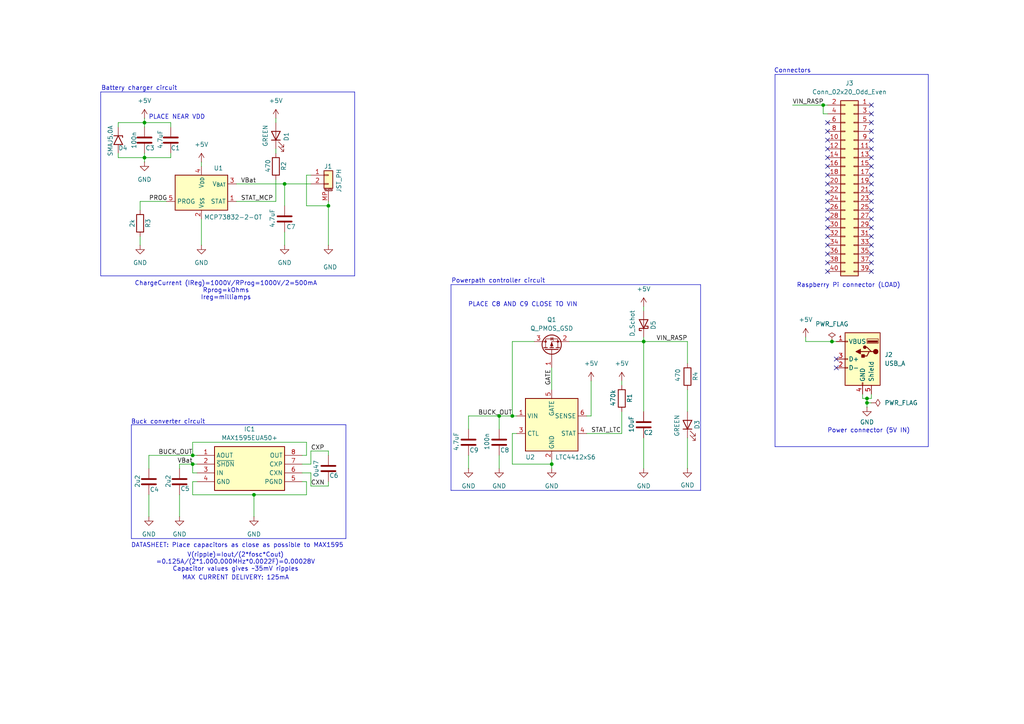
<source format=kicad_sch>
(kicad_sch (version 20231120) (generator "eeschema") (generator_version "8.0")
  (paper "A4")
  (lib_symbols
    (symbol "Battery_Management:MCP73832-2-OT"
      (property "Reference" "U" (at -7.62 6.35 0))
      (property "Value" "MCP73832-2-OT" (at 1.27 6.35 0))
      (symbol "MCP73832-2-OT_0_1"
        (rectangle (start -7.62 5.08) (end 7.62 -5.08) (stroke (width 0.254)) (fill (type background)))
      )
      (symbol "MCP73832-2-OT_1_1"
        (pin open_collector line (at 10.16 -2.54 180) (length 2.54) (name "STAT") (number "1"))
        (pin power_in line (at 0 -7.62 90) (length 2.54) (name "V_{SS}") (number "2"))
        (pin power_out line (at 10.16 2.54 180) (length 2.54) (name "V_{BAT}") (number "3"))
        (pin power_in line (at 0 7.62 270) (length 2.54) (name "V_{DD}") (number "4"))
        (pin input line (at -10.16 -2.54 0) (length 2.54) (name "PROG") (number "5"))
      )
    )
    (symbol "Connector:USB_A" (pin_names (offset 1.016))
      (property "Reference" "J" (at -5.08 11.43 0))
      (property "Value" "USB_A" (at -5.08 8.89 0))
      (symbol "USB_A_0_1"
        (rectangle (start -5.08 -7.62) (end 5.08 7.62) (stroke (width 0.254)) (fill (type background)))
        (circle (center -3.81 2.159) (radius 0.635) (stroke (width 0.254)) (fill (type outline)))
        (rectangle (start -1.524 4.826) (end -4.318 5.334) (fill (type outline)))
        (rectangle (start -1.27 4.572) (end -4.572 5.842))
        (circle (center -0.635 3.429) (radius 0.381) (stroke (width 0.254)) (fill (type outline)))
        (rectangle (start -0.127 -7.62) (end 0.127 -6.858))
        (polyline (pts (xy -3.175 2.159) (xy -2.54 2.159) (xy -1.27 3.429) (xy -0.635 3.429)) (stroke (width 0.254)))
        (polyline (pts (xy -2.54 2.159) (xy -1.905 2.159) (xy -1.27 0.889) (xy 0 0.889)) (stroke (width 0.254)))
        (polyline (pts (xy 0.635 2.794) (xy 0.635 1.524) (xy 1.905 2.159) (xy 0.635 2.794)) (stroke (width 0.254)) (fill (type outline)))
        (rectangle (start 0.254 1.27) (end -0.508 0.508) (stroke (width 0.254)) (fill (type outline)))
        (rectangle (start 5.08 -2.667) (end 4.318 -2.413))
        (rectangle (start 5.08 -0.127) (end 4.318 0.127))
        (rectangle (start 5.08 4.953) (end 4.318 5.207))
      )
      (symbol "USB_A_1_1"
        (polyline (pts (xy -1.905 2.159) (xy 0.635 2.159)) (stroke (width 0.254)))
        (pin power_in line (at 7.62 5.08 180) (length 2.54) (name "VBUS") (number "1"))
        (pin bidirectional line (at 7.62 -2.54 180) (length 2.54) (name "D-") (number "2"))
        (pin bidirectional line (at 7.62 0 180) (length 2.54) (name "D+") (number "3"))
        (pin power_in line (at 0 -10.16 90) (length 2.54) (name "GND") (number "4"))
        (pin passive line (at -2.54 -10.16 90) (length 2.54) (name "Shield") (number "5"))
      )
    )
    (symbol "Connector_Generic:Conn_02x20_Odd_Even" (pin_names (offset 1.016) hide)
      (property "Reference" "J" (at 1.27 25.4 0))
      (property "Value" "Conn_02x20_Odd_Even" (at 1.27 -27.94 0))
      (symbol "Conn_02x20_Odd_Even_1_1"
        (rectangle (start -1.27 -25.273) (end 0 -25.527) (stroke (width 0.1524)))
        (rectangle (start -1.27 -22.733) (end 0 -22.987) (stroke (width 0.1524)))
        (rectangle (start -1.27 -20.193) (end 0 -20.447) (stroke (width 0.1524)))
        (rectangle (start -1.27 -17.653) (end 0 -17.907) (stroke (width 0.1524)))
        (rectangle (start -1.27 -15.113) (end 0 -15.367) (stroke (width 0.1524)))
        (rectangle (start -1.27 -12.573) (end 0 -12.827) (stroke (width 0.1524)))
        (rectangle (start -1.27 -10.033) (end 0 -10.287) (stroke (width 0.1524)))
        (rectangle (start -1.27 -7.493) (end 0 -7.747) (stroke (width 0.1524)))
        (rectangle (start -1.27 -4.953) (end 0 -5.207) (stroke (width 0.1524)))
        (rectangle (start -1.27 -2.413) (end 0 -2.667) (stroke (width 0.1524)))
        (rectangle (start -1.27 0.127) (end 0 -0.127) (stroke (width 0.1524)))
        (rectangle (start -1.27 2.667) (end 0 2.413) (stroke (width 0.1524)))
        (rectangle (start -1.27 5.207) (end 0 4.953) (stroke (width 0.1524)))
        (rectangle (start -1.27 7.747) (end 0 7.493) (stroke (width 0.1524)))
        (rectangle (start -1.27 10.287) (end 0 10.033) (stroke (width 0.1524)))
        (rectangle (start -1.27 12.827) (end 0 12.573) (stroke (width 0.1524)))
        (rectangle (start -1.27 15.367) (end 0 15.113) (stroke (width 0.1524)))
        (rectangle (start -1.27 17.907) (end 0 17.653) (stroke (width 0.1524)))
        (rectangle (start -1.27 20.447) (end 0 20.193) (stroke (width 0.1524)))
        (rectangle (start -1.27 22.987) (end 0 22.733) (stroke (width 0.1524)))
        (rectangle (start -1.27 24.13) (end 3.81 -26.67) (stroke (width 0.254)) (fill (type background)))
        (rectangle (start 3.81 -25.273) (end 2.54 -25.527) (stroke (width 0.1524)))
        (rectangle (start 3.81 -22.733) (end 2.54 -22.987) (stroke (width 0.1524)))
        (rectangle (start 3.81 -20.193) (end 2.54 -20.447) (stroke (width 0.1524)))
        (rectangle (start 3.81 -17.653) (end 2.54 -17.907) (stroke (width 0.1524)))
        (rectangle (start 3.81 -15.113) (end 2.54 -15.367) (stroke (width 0.1524)))
        (rectangle (start 3.81 -12.573) (end 2.54 -12.827) (stroke (width 0.1524)))
        (rectangle (start 3.81 -10.033) (end 2.54 -10.287) (stroke (width 0.1524)))
        (rectangle (start 3.81 -7.493) (end 2.54 -7.747) (stroke (width 0.1524)))
        (rectangle (start 3.81 -4.953) (end 2.54 -5.207) (stroke (width 0.1524)))
        (rectangle (start 3.81 -2.413) (end 2.54 -2.667) (stroke (width 0.1524)))
        (rectangle (start 3.81 0.127) (end 2.54 -0.127) (stroke (width 0.1524)))
        (rectangle (start 3.81 2.667) (end 2.54 2.413) (stroke (width 0.1524)))
        (rectangle (start 3.81 5.207) (end 2.54 4.953) (stroke (width 0.1524)))
        (rectangle (start 3.81 7.747) (end 2.54 7.493) (stroke (width 0.1524)))
        (rectangle (start 3.81 10.287) (end 2.54 10.033) (stroke (width 0.1524)))
        (rectangle (start 3.81 12.827) (end 2.54 12.573) (stroke (width 0.1524)))
        (rectangle (start 3.81 15.367) (end 2.54 15.113) (stroke (width 0.1524)))
        (rectangle (start 3.81 17.907) (end 2.54 17.653) (stroke (width 0.1524)))
        (rectangle (start 3.81 20.447) (end 2.54 20.193) (stroke (width 0.1524)))
        (rectangle (start 3.81 22.987) (end 2.54 22.733) (stroke (width 0.1524)))
        (pin passive line (at -5.08 22.86 0) (length 3.81) (name "Pin_1") (number "1"))
        (pin passive line (at 7.62 12.7 180) (length 3.81) (name "Pin_10") (number "10"))
        (pin passive line (at -5.08 10.16 0) (length 3.81) (name "Pin_11") (number "11"))
        (pin passive line (at 7.62 10.16 180) (length 3.81) (name "Pin_12") (number "12"))
        (pin passive line (at -5.08 7.62 0) (length 3.81) (name "Pin_13") (number "13"))
        (pin passive line (at 7.62 7.62 180) (length 3.81) (name "Pin_14") (number "14"))
        (pin passive line (at -5.08 5.08 0) (length 3.81) (name "Pin_15") (number "15"))
        (pin passive line (at 7.62 5.08 180) (length 3.81) (name "Pin_16") (number "16"))
        (pin passive line (at -5.08 2.54 0) (length 3.81) (name "Pin_17") (number "17"))
        (pin passive line (at 7.62 2.54 180) (length 3.81) (name "Pin_18") (number "18"))
        (pin passive line (at -5.08 0 0) (length 3.81) (name "Pin_19") (number "19"))
        (pin passive line (at 7.62 22.86 180) (length 3.81) (name "Pin_2") (number "2"))
        (pin passive line (at 7.62 0 180) (length 3.81) (name "Pin_20") (number "20"))
        (pin passive line (at -5.08 -2.54 0) (length 3.81) (name "Pin_21") (number "21"))
        (pin passive line (at 7.62 -2.54 180) (length 3.81) (name "Pin_22") (number "22"))
        (pin passive line (at -5.08 -5.08 0) (length 3.81) (name "Pin_23") (number "23"))
        (pin passive line (at 7.62 -5.08 180) (length 3.81) (name "Pin_24") (number "24"))
        (pin passive line (at -5.08 -7.62 0) (length 3.81) (name "Pin_25") (number "25"))
        (pin passive line (at 7.62 -7.62 180) (length 3.81) (name "Pin_26") (number "26"))
        (pin passive line (at -5.08 -10.16 0) (length 3.81) (name "Pin_27") (number "27"))
        (pin passive line (at 7.62 -10.16 180) (length 3.81) (name "Pin_28") (number "28"))
        (pin passive line (at -5.08 -12.7 0) (length 3.81) (name "Pin_29") (number "29"))
        (pin passive line (at -5.08 20.32 0) (length 3.81) (name "Pin_3") (number "3"))
        (pin passive line (at 7.62 -12.7 180) (length 3.81) (name "Pin_30") (number "30"))
        (pin passive line (at -5.08 -15.24 0) (length 3.81) (name "Pin_31") (number "31"))
        (pin passive line (at 7.62 -15.24 180) (length 3.81) (name "Pin_32") (number "32"))
        (pin passive line (at -5.08 -17.78 0) (length 3.81) (name "Pin_33") (number "33"))
        (pin passive line (at 7.62 -17.78 180) (length 3.81) (name "Pin_34") (number "34"))
        (pin passive line (at -5.08 -20.32 0) (length 3.81) (name "Pin_35") (number "35"))
        (pin passive line (at 7.62 -20.32 180) (length 3.81) (name "Pin_36") (number "36"))
        (pin passive line (at -5.08 -22.86 0) (length 3.81) (name "Pin_37") (number "37"))
        (pin passive line (at 7.62 -22.86 180) (length 3.81) (name "Pin_38") (number "38"))
        (pin passive line (at -5.08 -25.4 0) (length 3.81) (name "Pin_39") (number "39"))
        (pin passive line (at 7.62 20.32 180) (length 3.81) (name "Pin_4") (number "4"))
        (pin passive line (at 7.62 -25.4 180) (length 3.81) (name "Pin_40") (number "40"))
        (pin passive line (at -5.08 17.78 0) (length 3.81) (name "Pin_5") (number "5"))
        (pin passive line (at 7.62 17.78 180) (length 3.81) (name "Pin_6") (number "6"))
        (pin passive line (at -5.08 15.24 0) (length 3.81) (name "Pin_7") (number "7"))
        (pin passive line (at 7.62 15.24 180) (length 3.81) (name "Pin_8") (number "8"))
        (pin passive line (at -5.08 12.7 0) (length 3.81) (name "Pin_9") (number "9"))
      )
    )
    (symbol "Connector_Generic_MountingPin:Conn_01x02_MountingPin" (pin_names (offset 1.016) hide)
      (property "Reference" "J" (at 0 2.54 0))
      (property "Value" "Conn_01x02_MountingPin" (at 1.27 -5.08 0))
      (symbol "Conn_01x02_MountingPin_1_1"
        (rectangle (start -1.27 -2.413) (end 0 -2.667) (stroke (width 0.1524)))
        (rectangle (start -1.27 0.127) (end 0 -0.127) (stroke (width 0.1524)))
        (rectangle (start -1.27 1.27) (end 1.27 -3.81) (stroke (width 0.254)) (fill (type background)))
        (polyline (pts (xy -1.016 -4.572) (xy 1.016 -4.572)) (stroke (width 0.1524)))
        (text "Mounting" (at 0 -4.191 0) (effects (font (size 0.381 0.381))))
        (pin passive line (at -5.08 0 0) (length 3.81) (name "Pin_1") (number "1"))
        (pin passive line (at -5.08 -2.54 0) (length 3.81) (name "Pin_2") (number "2"))
        (pin passive line (at 0 -7.62 90) (length 3.048) (name "MountPin") (number "MP"))
      )
    )
    (symbol "Device:C" (pin_numbers hide) (pin_names (offset 0.254))
      (property "Reference" "C" (at 0.635 2.54 0))
      (property "Value" "C" (at 0.635 -2.54 0))
      (symbol "C_0_1"
        (polyline (pts (xy -2.032 -0.762) (xy 2.032 -0.762)) (stroke (width 0.508)))
        (polyline (pts (xy -2.032 0.762) (xy 2.032 0.762)) (stroke (width 0.508)))
      )
      (symbol "C_1_1"
        (pin passive line (at 0 3.81 270) (length 2.794) (name "~") (number "1"))
        (pin passive line (at 0 -3.81 90) (length 2.794) (name "~") (number "2"))
      )
    )
    (symbol "Device:D_Schottky" (pin_numbers hide) (pin_names (offset 1.016) hide)
      (property "Reference" "D" (at 0 2.54 0))
      (property "Value" "D_Schottky" (at 0 -2.54 0))
      (symbol "D_Schottky_0_1"
        (polyline (pts (xy 1.27 0) (xy -1.27 0)))
        (polyline (pts (xy 1.27 1.27) (xy 1.27 -1.27) (xy -1.27 0) (xy 1.27 1.27)) (stroke (width 0.254)))
        (polyline (pts (xy -1.905 0.635) (xy -1.905 1.27) (xy -1.27 1.27) (xy -1.27 -1.27) (xy -0.635 -1.27) (xy -0.635 -0.635)) (stroke (width 0.254)))
      )
      (symbol "D_Schottky_1_1"
        (pin passive line (at -3.81 0 0) (length 2.54) (name "K") (number "1"))
        (pin passive line (at 3.81 0 180) (length 2.54) (name "A") (number "2"))
      )
    )
    (symbol "Device:LED" (pin_numbers hide) (pin_names (offset 1.016) hide)
      (property "Reference" "D" (at 0 2.54 0))
      (property "Value" "LED" (at 0 -2.54 0))
      (symbol "LED_0_1"
        (polyline (pts (xy -1.27 -1.27) (xy -1.27 1.27)) (stroke (width 0.254)))
        (polyline (pts (xy -1.27 0) (xy 1.27 0)))
        (polyline (pts (xy 1.27 -1.27) (xy 1.27 1.27) (xy -1.27 0) (xy 1.27 -1.27)) (stroke (width 0.254)))
        (polyline (pts (xy -3.048 -0.762) (xy -4.572 -2.286) (xy -3.81 -2.286) (xy -4.572 -2.286) (xy -4.572 -1.524)))
        (polyline (pts (xy -1.778 -0.762) (xy -3.302 -2.286) (xy -2.54 -2.286) (xy -3.302 -2.286) (xy -3.302 -1.524)))
      )
      (symbol "LED_1_1"
        (pin passive line (at -3.81 0 0) (length 2.54) (name "K") (number "1"))
        (pin passive line (at 3.81 0 180) (length 2.54) (name "A") (number "2"))
      )
    )
    (symbol "Device:Q_PMOS_GSD" (pin_names (offset 0) hide)
      (property "Reference" "Q" (at 5.08 1.27 0))
      (property "Value" "Q_PMOS_GSD" (at 5.08 -1.27 0))
      (symbol "Q_PMOS_GSD_0_1"
        (polyline (pts (xy 0.254 0) (xy -2.54 0)))
        (polyline (pts (xy 0.254 1.905) (xy 0.254 -1.905)) (stroke (width 0.254)))
        (polyline (pts (xy 0.762 -1.27) (xy 0.762 -2.286)) (stroke (width 0.254)))
        (polyline (pts (xy 0.762 0.508) (xy 0.762 -0.508)) (stroke (width 0.254)))
        (polyline (pts (xy 0.762 2.286) (xy 0.762 1.27)) (stroke (width 0.254)))
        (polyline (pts (xy 2.54 2.54) (xy 2.54 1.778)))
        (polyline (pts (xy 2.54 -2.54) (xy 2.54 0) (xy 0.762 0)))
        (polyline (pts (xy 0.762 1.778) (xy 3.302 1.778) (xy 3.302 -1.778) (xy 0.762 -1.778)))
        (polyline (pts (xy 2.286 0) (xy 1.27 0.381) (xy 1.27 -0.381) (xy 2.286 0)) (fill (type outline)))
        (polyline (pts (xy 2.794 -0.508) (xy 2.921 -0.381) (xy 3.683 -0.381) (xy 3.81 -0.254)))
        (polyline (pts (xy 3.302 -0.381) (xy 2.921 0.254) (xy 3.683 0.254) (xy 3.302 -0.381)))
        (circle (center 1.651 0) (radius 2.794) (stroke (width 0.254)))
        (circle (center 2.54 -1.778) (radius 0.254) (fill (type outline)))
        (circle (center 2.54 1.778) (radius 0.254) (fill (type outline)))
      )
      (symbol "Q_PMOS_GSD_1_1"
        (pin input line (at -5.08 0 0) (length 2.54) (name "G") (number "1"))
        (pin passive line (at 2.54 -5.08 90) (length 2.54) (name "S") (number "2"))
        (pin passive line (at 2.54 5.08 270) (length 2.54) (name "D") (number "3"))
      )
    )
    (symbol "Device:R" (pin_numbers hide) (pin_names (offset 0))
      (property "Reference" "R" (at 2.032 0 90))
      (property "Value" "R" (at 0 0 90))
      (symbol "R_0_1"
        (rectangle (start -1.016 -2.54) (end 1.016 2.54) (stroke (width 0.254)))
      )
      (symbol "R_1_1"
        (pin passive line (at 0 3.81 270) (length 1.27) (name "~") (number "1"))
        (pin passive line (at 0 -3.81 90) (length 1.27) (name "~") (number "2"))
      )
    )
    (symbol "Diode:SMAJ5.0A" (pin_numbers hide) (pin_names (offset 1.016) hide)
      (property "Reference" "D" (at 0 2.54 0))
      (property "Value" "SMAJ5.0A" (at 0 -2.54 0))
      (symbol "SMAJ5.0A_0_1"
        (polyline (pts (xy -0.762 1.27) (xy -1.27 1.27) (xy -1.27 -1.27)) (stroke (width 0.254)))
        (polyline (pts (xy 1.27 1.27) (xy 1.27 -1.27) (xy -1.27 0) (xy 1.27 1.27)) (stroke (width 0.254)))
      )
      (symbol "SMAJ5.0A_1_1"
        (pin passive line (at -3.81 0 0) (length 2.54) (name "A1") (number "1"))
        (pin passive line (at 3.81 0 180) (length 2.54) (name "A2") (number "2"))
      )
    )
    (symbol "MAX1595EUA50+:MAX1595EUA50+"
      (property "Reference" "IC1" (at 15.24 7.62 0))
      (property "Value" "MAX1595EUA50+" (at 15.24 5.08 0))
      (symbol "MAX1595EUA50+_1_1"
        (rectangle (start 5.08 2.54) (end 25.4 -10.16) (stroke (width 0.254)) (fill (type background)))
        (pin passive line (at 0 0 0) (length 5.08) (name "AOUT") (number "1"))
        (pin passive line (at 0 -2.54 0) (length 5.08) (name "~{SHDN}") (number "2"))
        (pin input line (at 0 -5.08 0) (length 5.08) (name "IN") (number "3"))
        (pin power_in line (at 0 -7.62 0) (length 5.08) (name "GND") (number "4"))
        (pin power_in line (at 30.48 -7.62 180) (length 5.08) (name "PGND") (number "5"))
        (pin passive line (at 30.48 -5.08 180) (length 5.08) (name "CXN") (number "6"))
        (pin passive line (at 30.48 -2.54 180) (length 5.08) (name "CXP") (number "7"))
        (pin power_out line (at 30.48 0 180) (length 5.08) (name "OUT") (number "8"))
      )
    )
    (symbol "Power_Management:LTC4412xS6"
      (property "Reference" "U" (at -6.35 8.89 0))
      (property "Value" "LTC4412xS6" (at 6.35 8.89 0))
      (symbol "LTC4412xS6_0_1"
        (rectangle (start -7.62 7.62) (end 7.62 -7.62) (stroke (width 0.254)) (fill (type background)))
      )
      (symbol "LTC4412xS6_1_1"
        (pin power_in line (at -10.16 2.54 0) (length 2.54) (name "VIN") (number "1"))
        (pin power_in line (at 0 -10.16 90) (length 2.54) (name "GND") (number "2"))
        (pin input line (at -10.16 -2.54 0) (length 2.54) (name "CTL") (number "3"))
        (pin open_collector line (at 10.16 -2.54 180) (length 2.54) (name "STAT") (number "4"))
        (pin output line (at 0 10.16 270) (length 2.54) (name "GATE") (number "5"))
        (pin input line (at 10.16 2.54 180) (length 2.54) (name "SENSE") (number "6"))
      )
    )
    (symbol "power:+5V" (power) (pin_numbers hide) (pin_names (offset 0) hide)
      (property "Value" "+5V" (at 0 3.556 0))
      (symbol "+5V_0_1"
        (polyline (pts (xy -0.762 1.27) (xy 0 2.54)))
        (polyline (pts (xy 0 0) (xy 0 2.54)))
        (polyline (pts (xy 0 2.54) (xy 0.762 1.27)))
      )
      (symbol "+5V_1_1"
        (pin power_in line (at 0 0 90) (length 0) (name "~") (number "1"))
      )
    )
    (symbol "power:GND" (power) (pin_numbers hide) (pin_names (offset 0) hide)
      (property "Value" "GND" (at 0 -3.81 0))
      (symbol "GND_0_1"
        (polyline (pts (xy 0 0) (xy 0 -1.27) (xy 1.27 -1.27) (xy 0 -2.54) (xy -1.27 -1.27) (xy 0 -1.27)))
      )
      (symbol "GND_1_1"
        (pin power_in line (at 0 0 270) (length 0) (name "~") (number "1"))
      )
    )
    (symbol "power:PWR_FLAG" (power) (pin_numbers hide) (pin_names (offset 0) hide)
      (property "Value" "PWR_FLAG" (at 0 3.81 0))
      (symbol "PWR_FLAG_0_0"
        (pin power_out line (at 0 0 90) (length 0) (name "~") (number "1"))
      )
      (symbol "PWR_FLAG_0_1"
        (polyline (pts (xy 0 0) (xy 0 1.27) (xy -1.016 1.905) (xy 0 2.54) (xy 1.016 1.905) (xy 0 1.27)))
      )
    )
  )
  (junction (at 55.88 132.08))
  (junction (at 241.3 99.06))
  (junction (at 251.46 115.57))
  (junction (at 251.46 116.84))
  (junction (at 73.66 143.51))
  (junction (at 148.59 120.65))
  (junction (at 160.02 134.62))
  (junction (at 82.55 53.34))
  (junction (at 95.25 59.69))
  (junction (at 186.69 99.06))
  (junction (at 41.91 35.56))
  (junction (at 238.76 30.48))
  (junction (at 41.91 45.72))
  (junction (at 55.88 134.62))
  (junction (at 144.78 120.65))
  (no_connect (at 240.03 76.2))
  (no_connect (at 240.03 66.04))
  (no_connect (at 242.57 104.14))
  (no_connect (at 240.03 40.64))
  (no_connect (at 252.73 60.96))
  (no_connect (at 252.73 45.72))
  (no_connect (at 240.03 78.74))
  (no_connect (at 252.73 63.5))
  (no_connect (at 252.73 53.34))
  (no_connect (at 252.73 71.12))
  (no_connect (at 252.73 38.1))
  (no_connect (at 240.03 50.8))
  (no_connect (at 240.03 53.34))
  (no_connect (at 252.73 35.56))
  (no_connect (at 252.73 78.74))
  (no_connect (at 240.03 63.5))
  (no_connect (at 242.57 106.68))
  (no_connect (at 252.73 73.66))
  (no_connect (at 252.73 43.18))
  (no_connect (at 252.73 76.2))
  (no_connect (at 252.73 68.58))
  (no_connect (at 240.03 38.1))
  (no_connect (at 252.73 55.88))
  (no_connect (at 252.73 30.48))
  (no_connect (at 240.03 43.18))
  (no_connect (at 240.03 68.58))
  (no_connect (at 240.03 48.26))
  (no_connect (at 252.73 50.8))
  (no_connect (at 252.73 58.42))
  (no_connect (at 240.03 35.56))
  (no_connect (at 240.03 45.72))
  (no_connect (at 252.73 40.64))
  (no_connect (at 240.03 60.96))
  (no_connect (at 240.03 73.66))
  (no_connect (at 240.03 58.42))
  (no_connect (at 252.73 66.04))
  (no_connect (at 240.03 71.12))
  (no_connect (at 252.73 33.02))
  (no_connect (at 252.73 48.26))
  (no_connect (at 240.03 55.88))
  (wire (pts (xy 80.01 52.07) (xy 80.01 58.42)))
  (wire (pts (xy 88.9 143.51) (xy 73.66 143.51)))
  (wire (pts (xy 58.42 63.5) (xy 58.42 71.12)))
  (wire (pts (xy 95.25 130.81) (xy 95.25 132.08)))
  (wire (pts (xy 160.02 135.89) (xy 160.02 134.62)))
  (wire (pts (xy 34.29 35.56) (xy 41.91 35.56)))
  (wire (pts (xy 52.07 134.62) (xy 55.88 134.62)))
  (wire (pts (xy 148.59 125.73) (xy 148.59 134.62)))
  (wire (pts (xy 87.63 134.62) (xy 90.17 134.62)))
  (wire (pts (xy 233.68 99.06) (xy 241.3 99.06)))
  (wire (pts (xy 252.73 115.57) (xy 252.73 114.3)))
  (wire (pts (xy 186.69 88.9) (xy 186.69 90.17)))
  (wire (pts (xy 68.58 53.34) (xy 82.55 53.34)))
  (wire (pts (xy 252.73 116.84) (xy 251.46 116.84)))
  (wire (pts (xy 170.18 125.73) (xy 180.34 125.73)))
  (wire (pts (xy 57.15 137.16) (xy 55.88 137.16)))
  (wire (pts (xy 49.53 36.83) (xy 49.53 35.56)))
  (wire (pts (xy 144.78 132.08) (xy 144.78 135.89)))
  (wire (pts (xy 88.9 139.7) (xy 87.63 139.7)))
  (wire (pts (xy 52.07 134.62) (xy 52.07 135.89)))
  (wire (pts (xy 52.07 143.51) (xy 52.07 149.86)))
  (wire (pts (xy 148.59 120.65) (xy 148.59 99.06)))
  (wire (pts (xy 171.45 110.49) (xy 171.45 120.65)))
  (polyline (pts (xy 203.2 82.55) (xy 130.81 82.55)))
  (wire (pts (xy 135.89 132.08) (xy 135.89 135.89)))
  (wire (pts (xy 40.64 71.12) (xy 40.64 68.58)))
  (wire (pts (xy 180.34 110.49) (xy 180.34 111.76)))
  (polyline (pts (xy 269.24 129.54) (xy 269.24 21.59)))
  (wire (pts (xy 82.55 67.31) (xy 82.55 71.12)))
  (wire (pts (xy 82.55 53.34) (xy 82.55 59.69)))
  (polyline (pts (xy 130.81 82.55) (xy 130.81 142.24)))
  (wire (pts (xy 34.29 36.83) (xy 34.29 35.56)))
  (polyline (pts (xy 224.79 129.54) (xy 269.24 129.54)))
  (wire (pts (xy 95.25 140.97) (xy 90.17 140.97)))
  (wire (pts (xy 160.02 133.35) (xy 160.02 134.62)))
  (wire (pts (xy 90.17 137.16) (xy 87.63 137.16)))
  (wire (pts (xy 251.46 115.57) (xy 252.73 115.57)))
  (wire (pts (xy 238.76 33.02) (xy 238.76 30.48)))
  (polyline (pts (xy 29.21 26.67) (xy 29.21 80.01)))
  (wire (pts (xy 135.89 120.65) (xy 144.78 120.65)))
  (polyline (pts (xy 29.21 80.01) (xy 102.87 80.01)))
  (wire (pts (xy 95.25 71.12) (xy 95.25 59.69)))
  (wire (pts (xy 148.59 134.62) (xy 160.02 134.62)))
  (wire (pts (xy 80.01 58.42) (xy 68.58 58.42)))
  (wire (pts (xy 55.88 137.16) (xy 55.88 134.62)))
  (wire (pts (xy 40.64 58.42) (xy 40.64 60.96)))
  (wire (pts (xy 251.46 116.84) (xy 251.46 118.11)))
  (wire (pts (xy 41.91 34.29) (xy 41.91 35.56)))
  (wire (pts (xy 90.17 140.97) (xy 90.17 137.16)))
  (wire (pts (xy 88.9 50.8) (xy 90.17 50.8)))
  (wire (pts (xy 148.59 99.06) (xy 154.94 99.06)))
  (polyline (pts (xy 102.87 80.01) (xy 102.87 26.67)))
  (polyline (pts (xy 224.79 21.59) (xy 224.79 129.54)))
  (wire (pts (xy 233.68 99.06) (xy 233.68 97.79)))
  (wire (pts (xy 80.01 34.29) (xy 80.01 35.56)))
  (wire (pts (xy 165.1 99.06) (xy 186.69 99.06)))
  (wire (pts (xy 88.9 59.69) (xy 95.25 59.69)))
  (wire (pts (xy 186.69 127) (xy 186.69 135.89)))
  (wire (pts (xy 49.53 45.72) (xy 41.91 45.72)))
  (wire (pts (xy 199.39 113.03) (xy 199.39 119.38)))
  (wire (pts (xy 250.19 115.57) (xy 251.46 115.57)))
  (wire (pts (xy 149.86 125.73) (xy 148.59 125.73)))
  (wire (pts (xy 80.01 43.18) (xy 80.01 44.45)))
  (wire (pts (xy 49.53 35.56) (xy 41.91 35.56)))
  (wire (pts (xy 41.91 44.45) (xy 41.91 45.72)))
  (wire (pts (xy 149.86 120.65) (xy 148.59 120.65)))
  (wire (pts (xy 43.18 132.08) (xy 43.18 135.89)))
  (wire (pts (xy 41.91 35.56) (xy 41.91 36.83)))
  (wire (pts (xy 238.76 30.48) (xy 240.03 30.48)))
  (wire (pts (xy 229.87 30.48) (xy 238.76 30.48)))
  (wire (pts (xy 58.42 46.99) (xy 58.42 48.26)))
  (wire (pts (xy 55.88 132.08) (xy 55.88 128.27)))
  (wire (pts (xy 49.53 44.45) (xy 49.53 45.72)))
  (wire (pts (xy 186.69 99.06) (xy 186.69 119.38)))
  (wire (pts (xy 82.55 53.34) (xy 90.17 53.34)))
  (wire (pts (xy 90.17 130.81) (xy 95.25 130.81)))
  (polyline (pts (xy 130.81 142.24) (xy 203.2 142.24)))
  (wire (pts (xy 88.9 132.08) (xy 87.63 132.08)))
  (polyline (pts (xy 38.1 123.19) (xy 100.33 123.19)))
  (wire (pts (xy 160.02 106.68) (xy 160.02 113.03)))
  (wire (pts (xy 55.88 128.27) (xy 88.9 128.27)))
  (wire (pts (xy 144.78 120.65) (xy 148.59 120.65)))
  (wire (pts (xy 40.64 58.42) (xy 48.26 58.42)))
  (wire (pts (xy 135.89 120.65) (xy 135.89 124.46)))
  (wire (pts (xy 73.66 143.51) (xy 73.66 149.86)))
  (wire (pts (xy 55.88 143.51) (xy 73.66 143.51)))
  (wire (pts (xy 95.25 140.97) (xy 95.25 139.7)))
  (polyline (pts (xy 38.1 156.21) (xy 38.1 123.19)))
  (polyline (pts (xy 224.79 21.59) (xy 269.24 21.59)))
  (wire (pts (xy 55.88 134.62) (xy 57.15 134.62)))
  (wire (pts (xy 88.9 50.8) (xy 88.9 59.69)))
  (wire (pts (xy 199.39 127) (xy 199.39 135.89)))
  (wire (pts (xy 199.39 105.41) (xy 199.39 99.06)))
  (polyline (pts (xy 100.33 156.21) (xy 38.1 156.21)))
  (wire (pts (xy 55.88 132.08) (xy 57.15 132.08)))
  (wire (pts (xy 88.9 128.27) (xy 88.9 132.08)))
  (polyline (pts (xy 203.2 142.24) (xy 203.2 82.55)))
  (wire (pts (xy 41.91 45.72) (xy 41.91 46.99)))
  (wire (pts (xy 57.15 139.7) (xy 55.88 139.7)))
  (wire (pts (xy 186.69 97.79) (xy 186.69 99.06)))
  (wire (pts (xy 250.19 114.3) (xy 250.19 115.57)))
  (polyline (pts (xy 100.33 123.19) (xy 100.33 156.21)))
  (wire (pts (xy 180.34 125.73) (xy 180.34 119.38)))
  (wire (pts (xy 144.78 124.46) (xy 144.78 120.65)))
  (wire (pts (xy 241.3 99.06) (xy 242.57 99.06)))
  (wire (pts (xy 95.25 58.42) (xy 95.25 59.69)))
  (wire (pts (xy 90.17 134.62) (xy 90.17 130.81)))
  (wire (pts (xy 199.39 99.06) (xy 186.69 99.06)))
  (wire (pts (xy 55.88 139.7) (xy 55.88 143.51)))
  (wire (pts (xy 43.18 132.08) (xy 55.88 132.08)))
  (wire (pts (xy 88.9 139.7) (xy 88.9 143.51)))
  (polyline (pts (xy 102.87 26.67) (xy 29.21 26.67)))
  (wire (pts (xy 171.45 120.65) (xy 170.18 120.65)))
  (wire (pts (xy 240.03 33.02) (xy 238.76 33.02)))
  (wire (pts (xy 251.46 115.57) (xy 251.46 116.84)))
  (wire (pts (xy 43.18 143.51) (xy 43.18 149.86)))
  (wire (pts (xy 34.29 45.72) (xy 41.91 45.72)))
  (wire (pts (xy 34.29 44.45) (xy 34.29 45.72)))
  (text "V(ripple)=Iout/(2*fosc*Cout)\n=0.125A/(2*1.000.000MHz*0.0022F)=0.00028V\nCapacitor values gives ~35mV ripples" (at 68.326 163.068 0) (effects (font (size 1.27 1.27))))
  (text "Buck converter circuit" (at 48.768 122.428 0) (effects (font (size 1.27 1.27))))
  (text "Powerpath controller circuit" (at 144.526 81.534 0) (effects (font (size 1.27 1.27))))
  (text "Raspberry Pi connector (LOAD)" (at 246.126 82.804 0) (effects (font (size 1.27 1.27))))
  (text "DATASHEET: Place capacitors as close as possible to MAX1595" (at 68.834 158.242 0) (effects (font (size 1.27 1.27))))
  (text "MAX CURRENT DELIVERY: 125mA" (at 68.326 167.64 0) (effects (font (size 1.27 1.27))))
  (text "Connectors" (at 229.87 20.574 0) (effects (font (size 1.27 1.27))))
  (text "Power connector (5V IN)" (at 251.968 124.968 0) (effects (font (size 1.27 1.27))))
  (text "ChargeCurrent (IReg)=1000V/RProg=1000V/2=500mA\nRprog=kOhms\nIreg=milliamps" (at 65.532 84.328 0) (effects (font (size 1.27 1.27))))
  (text "PLACE C8 AND C9 CLOSE TO VIN" (at 151.638 88.392 0) (effects (font (size 1.27 1.27))))
  (text "PLACE NEAR VDD" (at 51.308 34.036 0) (effects (font (size 1.27 1.27))))
  (text "Battery charger circuit" (at 40.386 25.654 0) (effects (font (size 1.27 1.27))))
  (label "STAT_LTC" (at 171.45 125.73 0))
  (label "BUCK_OUT" (at 148.59 120.65 180))
  (label "VBat" (at 55.88 134.62 180))
  (label "PROG" (at 43.18 58.42 0))
  (label "CXP" (at 90.17 130.81 0))
  (label "VIN_RASP" (at 229.87 30.48 0))
  (label "VIN_RASP" (at 199.39 99.06 180))
  (label "CXN" (at 90.17 140.97 0))
  (label "GATE" (at 160.02 111.76 90))
  (label "BUCK_OUT" (at 55.88 132.08 180))
  (label "VBat" (at 69.85 53.34 0))
  (label "STAT_MCP" (at 69.85 58.42 0))
  (symbol (lib_id "power:GND") (at 43.18 149.86 0) (unit 1)
    (property "Reference" "#PWR018" (effects (hide yes)))
    (property "Value" "GND" (at 43.18 154.94 0))
    (property "Description" "Power symbol creates a global label with name \"GND\" , ground" (effects (hide yes)))
  )
  (symbol (lib_id "Diode:SMAJ5.0A") (at 34.29 40.64 270) (unit 1)
    (property "Reference" "D4" (at 34.29 42.926 90) (effects (justify left)))
    (property "Value" "SMAJ5.0A" (at 32.004 36.322 0) (effects (justify left)))
    (property "Footprint" "Diode_SMD:D_SMA" (effects (hide yes)))
    (property "Datasheet" "https://www.littelfuse.com/media?resourcetype=datasheets&itemid=75e32973-b177-4ee3-a0ff-cedaf1abdb93&filename=smaj-datasheet" (effects (hide yes)))
    (property "Description" "400W unidirectional Transient Voltage Suppressor, 5.0Vr, SMA(DO-214AC)" (effects (hide yes)))
  )
  (symbol (lib_id "power:+5V") (at 180.34 110.49 0) (unit 1)
    (property "Reference" "#PWR02" (effects (hide yes)))
    (property "Value" "+5V" (at 180.34 105.41 0))
    (property "Description" "Power symbol creates a global label with name \"+5V\"" (effects (hide yes)))
  )
  (symbol (lib_id "Battery_Management:MCP73832-2-OT") (at 58.42 55.88 0) (unit 1)
    (property "Reference" "U1" (at 61.976 48.768 0) (effects (justify left)))
    (property "Value" "MCP73832-2-OT" (at 59.182 62.992 0) (effects (justify left)))
    (property "Footprint" "Package_TO_SOT_SMD:SOT-23-5" (effects (hide yes)))
    (property "Datasheet" "http://ww1.microchip.com/downloads/en/DeviceDoc/20001984g.pdf" (effects (hide yes)))
    (property "Description" "Single cell, Li-Ion/Li-Po charge management controller, 4.20V, Open-Drain Status Output, in SOT23-5 package" (effects (hide yes)))
  )
  (symbol (lib_id "Device:C") (at 52.07 139.7 0) (unit 1)
    (property "Reference" "C5" (at 52.324 141.732 0) (effects (justify left)))
    (property "Value" "2u2" (at 48.768 141.478 90) (effects (justify left)))
    (property "Footprint" "Capacitor_SMD:C_0805_2012Metric" (effects (hide yes)))
    (property "Description" "Unpolarized capacitor" (effects (hide yes)))
  )
  (symbol (lib_id "Connector_Generic:Conn_02x20_Odd_Even") (at 247.65 53.34 0) (mirror y) (unit 1)
    (property "Reference" "J3" (at 246.38 24.13 0))
    (property "Value" "Conn_02x20_Odd_Even" (at 246.38 26.67 0))
    (property "Footprint" "Connector_PinSocket_2.54mm:PinSocket_2x20_P2.54mm_Vertical_SMD" (effects (hide yes)))
    (property "Description" "Generic connector, double row, 02x20, odd/even pin numbering scheme (row 1 odd numbers, row 2 even numbers), script generated (kicad-library-utils/schlib/autogen/connector/)" (effects (hide yes)))
  )
  (symbol (lib_id "Device:C") (at 43.18 139.7 0) (unit 1)
    (property "Reference" "C4" (at 43.434 141.986 0) (effects (justify left)))
    (property "Value" "2u2" (at 39.878 141.478 90) (effects (justify left)))
    (property "Footprint" "Capacitor_SMD:C_0805_2012Metric" (effects (hide yes)))
    (property "Description" "Unpolarized capacitor" (effects (hide yes)))
  )
  (symbol (lib_id "power:GND") (at 82.55 71.12 0) (unit 1)
    (property "Reference" "#PWR014" (effects (hide yes)))
    (property "Value" "GND" (at 82.55 76.2 0))
    (property "Description" "Power symbol creates a global label with name \"GND\" , ground" (effects (hide yes)))
  )
  (symbol (lib_id "power:GND") (at 160.02 135.89 0) (unit 1)
    (property "Reference" "#PWR01" (effects (hide yes)))
    (property "Value" "GND" (at 160.02 140.97 0))
    (property "Description" "Power symbol creates a global label with name \"GND\" , ground" (effects (hide yes)))
  )
  (symbol (lib_id "power:GND") (at 95.25 71.12 0) (unit 1)
    (property "Reference" "#PWR05" (effects (hide yes)))
    (property "Value" "GND" (at 95.758 77.47 0))
    (property "Description" "Power symbol creates a global label with name \"GND\" , ground" (effects (hide yes)))
  )
  (symbol (lib_id "Device:C") (at 82.55 63.5 180) (unit 1)
    (property "Reference" "C7" (at 83.058 65.786 0) (effects (justify right)))
    (property "Value" "4.7uF" (at 78.994 66.04 90) (effects (justify right)))
    (property "Footprint" "Capacitor_SMD:C_0805_2012Metric" (effects (hide yes)))
    (property "Description" "Unpolarized capacitor" (effects (hide yes)))
  )
  (symbol (lib_id "power:GND") (at 251.46 118.11 0) (unit 1)
    (property "Reference" "#PWR013" (effects (hide yes)))
    (property "Value" "GND" (at 251.46 122.428 0))
    (property "Description" "Power symbol creates a global label with name \"GND\" , ground" (effects (hide yes)))
  )
  (symbol (lib_id "Device:LED") (at 80.01 39.37 90) (unit 1)
    (property "Reference" "D1" (at 83.058 39.624 0))
    (property "Value" "GREEN" (at 76.962 39.37 0))
    (property "Footprint" "LED_SMD:LED_0805_2012Metric" (effects (hide yes)))
    (property "Description" "Light emitting diode" (effects (hide yes)))
  )
  (symbol (lib_id "Device:R") (at 180.34 115.57 0) (unit 1)
    (property "Reference" "R1" (at 182.626 116.84 90) (effects (justify left)))
    (property "Value" "470k" (at 177.8 117.856 90) (effects (justify left)))
    (property "Footprint" "Resistor_SMD:R_0805_2012Metric" (effects (hide yes)))
    (property "Description" "Resistor" (effects (hide yes)))
  )
  (symbol (lib_id "power:GND") (at 58.42 71.12 0) (unit 1)
    (property "Reference" "#PWR06" (effects (hide yes)))
    (property "Value" "GND" (at 58.42 76.2 0))
    (property "Description" "Power symbol creates a global label with name \"GND\" , ground" (effects (hide yes)))
  )
  (symbol (lib_id "Device:D_Schottky") (at 186.69 93.98 90) (unit 1)
    (property "Reference" "D5" (at 189.484 92.964 0) (effects (justify right)))
    (property "Value" "D_Schot" (at 183.388 89.916 0) (effects (justify right)))
    (property "Footprint" "Diode_THT:D_DO-15_P10.16mm_Horizontal" (effects (hide yes)))
    (property "Description" "Schottky diode" (effects (hide yes)))
  )
  (symbol (lib_id "power:+5V") (at 58.42 46.99 0) (unit 1)
    (property "Reference" "#PWR03" (effects (hide yes)))
    (property "Value" "+5V" (at 58.42 41.91 0))
    (property "Description" "Power symbol creates a global label with name \"+5V\"" (effects (hide yes)))
  )
  (symbol (lib_id "power:GND") (at 199.39 135.89 0) (unit 1)
    (property "Reference" "#PWR09" (effects (hide yes)))
    (property "Value" "GND" (at 199.39 140.716 0))
    (property "Description" "Power symbol creates a global label with name \"GND\" , ground" (effects (hide yes)))
  )
  (symbol (lib_id "power:GND") (at 186.69 135.89 0) (unit 1)
    (property "Reference" "#PWR08" (effects (hide yes)))
    (property "Value" "GND" (at 186.69 140.97 0))
    (property "Description" "Power symbol creates a global label with name \"GND\" , ground" (effects (hide yes)))
  )
  (symbol (lib_id "Device:Q_PMOS_GSD") (at 160.02 101.6 90) (unit 1)
    (property "Reference" "Q1" (at 160.02 92.71 90))
    (property "Value" "Q_PMOS_GSD" (at 160.02 95.25 90))
    (property "Footprint" "Package_TO_SOT_SMD:SOT-23" (effects (hide yes)))
    (property "Description" "P-MOSFET transistor, gate/source/drain" (effects (hide yes)))
  )
  (symbol (lib_id "power:GND") (at 40.64 71.12 0) (unit 1)
    (property "Reference" "#PWR015" (effects (hide yes)))
    (property "Value" "GND" (at 40.64 76.2 0))
    (property "Description" "Power symbol creates a global label with name \"GND\" , ground" (effects (hide yes)))
  )
  (symbol (lib_id "Device:C") (at 186.69 123.19 0) (unit 1)
    (property "Reference" "C2" (at 186.69 125.476 0) (effects (justify left)))
    (property "Value" "10uF" (at 183.134 125.476 90) (effects (justify left)))
    (property "Footprint" "Capacitor_SMD:C_0805_2012Metric" (effects (hide yes)))
    (property "Description" "Unpolarized capacitor" (effects (hide yes)))
  )
  (symbol (lib_id "Device:C") (at 144.78 128.27 180) (unit 1)
    (property "Reference" "C8" (at 145.034 130.556 0) (effects (justify right)))
    (property "Value" "100n" (at 141.224 130.556 90) (effects (justify right)))
    (property "Footprint" "Capacitor_SMD:C_0805_2012Metric" (effects (hide yes)))
    (property "Description" "Unpolarized capacitor" (effects (hide yes)))
  )
  (symbol (lib_id "power:+5V") (at 41.91 34.29 0) (unit 1)
    (property "Reference" "#PWR017" (effects (hide yes)))
    (property "Value" "+5V" (at 41.91 29.21 0))
    (property "Description" "Power symbol creates a global label with name \"+5V\"" (effects (hide yes)))
  )
  (symbol (lib_id "Power_Management:LTC4412xS6") (at 160.02 123.19 0) (unit 1)
    (property "Reference" "U2" (at 152.4 132.588 0) (effects (justify left)))
    (property "Value" "LTC4412xS6" (at 161.036 132.588 0) (effects (justify left)))
    (property "Footprint" "Package_TO_SOT_SMD:TSOT-23-6" (effects (hide yes)))
    (property "Datasheet" "https://www.analog.com/media/en/technical-documentation/data-sheets/4412fb.pdf" (effects (hide yes)))
    (property "Description" "Low Loss PowerPath Controller, TSOT-23-6" (effects (hide yes)))
  )
  (symbol (lib_id "Connector_Generic_MountingPin:Conn_01x02_MountingPin") (at 95.25 50.8 0) (unit 1)
    (property "Reference" "J1" (at 93.98 48.26 0) (effects (justify left)))
    (property "Value" "JST_PH" (at 98.298 55.88 90) (effects (justify left)))
    (property "Footprint" "Connector_JST:JST_PH_S2B-PH-SM4-TB_1x02-1MP_P2.00mm_Horizontal" (effects (hide yes)))
    (property "Description" "Generic connectable mounting pin connector, single row, 01x02, script generated (kicad-library-utils/schlib/autogen/connector/)" (effects (hide yes)))
  )
  (symbol (lib_id "Connector:USB_A") (at 250.19 104.14 0) (mirror y) (unit 1)
    (property "Reference" "J2" (at 256.54 102.8699 0) (effects (justify right)))
    (property "Value" "USB_A" (at 256.54 105.4099 0) (effects (justify right)))
    (property "Footprint" "Connector_USB:USB_A_Molex_48037-2200_Horizontal" (effects (hide yes)))
    (property "Datasheet" " ~" (effects (hide yes)))
    (property "Description" "USB Type A connector" (effects (hide yes)))
  )
  (symbol (lib_id "power:GND") (at 144.78 135.89 0) (unit 1)
    (property "Reference" "#PWR020" (effects (hide yes)))
    (property "Value" "GND" (at 144.78 140.97 0))
    (property "Description" "Power symbol creates a global label with name \"GND\" , ground" (effects (hide yes)))
  )
  (symbol (lib_id "MAX1595EUA50+:MAX1595EUA50+") (at 57.15 132.08 0) (unit 1)
    (property "Reference" "IC1" (at 72.39 124.46 0))
    (property "Value" "MAX1595EUA50+" (at 72.39 127 0))
    (property "Footprint" "Footprints:SOP65P490X110-8N" (effects (hide yes)))
    (property "Datasheet" "https://datasheet.datasheetarchive.com/originals/distributors/SFDatasheet-4/sf-00086837.pdf" (effects (hide yes)))
    (property "Description" "Regulated 3.3V/5.0V Step-Up/Step-Down%D Charge Pump" (effects (hide yes)))
    (property "Height" "1.1" (effects (hide yes)))
    (property "Mouser Part Number" "700-MAX1595EUA50" (effects (hide yes)))
    (property "Mouser Price/Stock" "https://www.mouser.co.uk/ProductDetail/Analog-Devices-Maxim-Integrated/MAX1595EUA50%2b?qs=1THa7WoU59FUWdNc%2F%2FJXJQ%3D%3D" (effects (hide yes)))
    (property "Manufacturer_Name" "Analog Devices" (effects (hide yes)))
    (property "Manufacturer_Part_Number" "MAX1595EUA50+" (effects (hide yes)))
  )
  (symbol (lib_id "Device:C") (at 95.25 135.89 0) (unit 1)
    (property "Reference" "C6" (at 95.504 137.922 0) (effects (justify left)))
    (property "Value" "0u47" (at 91.694 138.43 90) (effects (justify left)))
    (property "Footprint" "Capacitor_SMD:C_0805_2012Metric" (effects (hide yes)))
    (property "Description" "Unpolarized capacitor" (effects (hide yes)))
  )
  (symbol (lib_id "Device:LED") (at 199.39 123.19 90) (unit 1)
    (property "Reference" "D3" (at 202.184 123.19 0))
    (property "Value" "GREEN" (at 196.342 123.444 0))
    (property "Footprint" "LED_SMD:LED_0805_2012Metric" (effects (hide yes)))
    (property "Description" "Light emitting diode" (effects (hide yes)))
  )
  (symbol (lib_id "power:GND") (at 135.89 135.89 0) (unit 1)
    (property "Reference" "#PWR021" (effects (hide yes)))
    (property "Value" "GND" (at 135.89 140.97 0))
    (property "Description" "Power symbol creates a global label with name \"GND\" , ground" (effects (hide yes)))
  )
  (symbol (lib_id "power:PWR_FLAG") (at 252.73 116.84 270) (unit 1)
    (property "Reference" "#FLG01" (effects (hide yes)))
    (property "Value" "PWR_FLAG" (at 256.54 116.8399 90) (effects (justify left)))
    (property "Description" "Special symbol for telling ERC where power comes from" (effects (hide yes)))
  )
  (symbol (lib_id "power:+5V") (at 171.45 110.49 0) (unit 1)
    (property "Reference" "#PWR07" (effects (hide yes)))
    (property "Value" "+5V" (at 171.45 105.41 0))
    (property "Description" "Power symbol creates a global label with name \"+5V\"" (effects (hide yes)))
  )
  (symbol (lib_id "Device:R") (at 40.64 64.77 180) (unit 1)
    (property "Reference" "R3" (at 42.926 64.77 90))
    (property "Value" "2k" (at 38.354 64.77 90))
    (property "Footprint" "Resistor_SMD:R_0805_2012Metric" (effects (hide yes)))
    (property "Description" "Resistor" (effects (hide yes)))
  )
  (symbol (lib_id "power:+5V") (at 80.01 34.29 0) (unit 1)
    (property "Reference" "#PWR016" (effects (hide yes)))
    (property "Value" "+5V" (at 80.01 29.21 0))
    (property "Description" "Power symbol creates a global label with name \"+5V\"" (effects (hide yes)))
  )
  (symbol (lib_id "Device:R") (at 199.39 109.22 0) (unit 1)
    (property "Reference" "R4" (at 201.676 110.49 90) (effects (justify left)))
    (property "Value" "470" (at 196.596 110.744 90) (effects (justify left)))
    (property "Footprint" "Resistor_SMD:R_0805_2012Metric" (effects (hide yes)))
    (property "Description" "Resistor" (effects (hide yes)))
  )
  (symbol (lib_id "power:GND") (at 41.91 46.99 0) (unit 1)
    (property "Reference" "#PWR04" (effects (hide yes)))
    (property "Value" "GND" (at 41.91 52.07 0))
    (property "Description" "Power symbol creates a global label with name \"GND\" , ground" (effects (hide yes)))
  )
  (symbol (lib_id "power:+5V") (at 233.68 97.79 0) (unit 1)
    (property "Reference" "#PWR012" (effects (hide yes)))
    (property "Value" "+5V" (at 233.68 92.71 0))
    (property "Description" "Power symbol creates a global label with name \"+5V\"" (effects (hide yes)))
  )
  (symbol (lib_id "Device:C") (at 41.91 40.64 180) (unit 1)
    (property "Reference" "C3" (at 42.164 42.926 0) (effects (justify right)))
    (property "Value" "100n" (at 38.862 43.18 90) (effects (justify right)))
    (property "Footprint" "Capacitor_SMD:C_0805_2012Metric" (effects (hide yes)))
    (property "Description" "Unpolarized capacitor" (effects (hide yes)))
  )
  (symbol (lib_id "power:GND") (at 73.66 149.86 0) (unit 1)
    (property "Reference" "#PWR011" (effects (hide yes)))
    (property "Value" "GND" (at 73.66 154.94 0))
    (property "Description" "Power symbol creates a global label with name \"GND\" , ground" (effects (hide yes)))
  )
  (symbol (lib_id "power:PWR_FLAG") (at 241.3 99.06 0) (unit 1)
    (property "Reference" "#FLG03" (effects (hide yes)))
    (property "Value" "PWR_FLAG" (at 241.3 93.98 0))
    (property "Description" "Special symbol for telling ERC where power comes from" (effects (hide yes)))
  )
  (symbol (lib_id "Device:C") (at 49.53 40.64 180) (unit 1)
    (property "Reference" "C1" (at 49.53 42.926 0) (effects (justify right)))
    (property "Value" "4.7uF" (at 46.482 43.18 90) (effects (justify right)))
    (property "Footprint" "Capacitor_SMD:C_0805_2012Metric" (effects (hide yes)))
    (property "Description" "Unpolarized capacitor" (effects (hide yes)))
  )
  (symbol (lib_id "Device:C") (at 135.89 128.27 180) (unit 1)
    (property "Reference" "C9" (at 136.144 130.556 0) (effects (justify right)))
    (property "Value" "4.7uF" (at 132.334 130.81 90) (effects (justify right)))
    (property "Footprint" "Capacitor_SMD:C_0805_2012Metric" (effects (hide yes)))
    (property "Description" "Unpolarized capacitor" (effects (hide yes)))
  )
  (symbol (lib_id "Device:R") (at 80.01 48.26 0) (unit 1)
    (property "Reference" "R2" (at 82.296 49.53 90) (effects (justify left)))
    (property "Value" "470" (at 77.724 50.038 90) (effects (justify left)))
    (property "Footprint" "Resistor_SMD:R_0805_2012Metric" (effects (hide yes)))
    (property "Description" "Resistor" (effects (hide yes)))
  )
  (symbol (lib_id "power:+5V") (at 186.69 88.9 0) (unit 1)
    (property "Reference" "#PWR010" (effects (hide yes)))
    (property "Value" "+5V" (at 186.69 83.82 0))
    (property "Description" "Power symbol creates a global label with name \"+5V\"" (effects (hide yes)))
  )
  (symbol (lib_id "power:GND") (at 52.07 149.86 0) (unit 1)
    (property "Reference" "#PWR019" (effects (hide yes)))
    (property "Value" "GND" (at 52.07 154.94 0))
    (property "Description" "Power symbol creates a global label with name \"GND\" , ground" (effects (hide yes)))
  )
)
</source>
